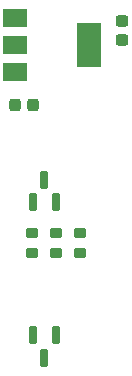
<source format=gbr>
%TF.GenerationSoftware,KiCad,Pcbnew,(6.0.7)*%
%TF.CreationDate,2023-01-08T15:04:34+11:00*%
%TF.ProjectId,Xbox_ATX,58626f78-5f41-4545-982e-6b696361645f,rev?*%
%TF.SameCoordinates,Original*%
%TF.FileFunction,Paste,Top*%
%TF.FilePolarity,Positive*%
%FSLAX46Y46*%
G04 Gerber Fmt 4.6, Leading zero omitted, Abs format (unit mm)*
G04 Created by KiCad (PCBNEW (6.0.7)) date 2023-01-08 15:04:34*
%MOMM*%
%LPD*%
G01*
G04 APERTURE LIST*
G04 Aperture macros list*
%AMRoundRect*
0 Rectangle with rounded corners*
0 $1 Rounding radius*
0 $2 $3 $4 $5 $6 $7 $8 $9 X,Y pos of 4 corners*
0 Add a 4 corners polygon primitive as box body*
4,1,4,$2,$3,$4,$5,$6,$7,$8,$9,$2,$3,0*
0 Add four circle primitives for the rounded corners*
1,1,$1+$1,$2,$3*
1,1,$1+$1,$4,$5*
1,1,$1+$1,$6,$7*
1,1,$1+$1,$8,$9*
0 Add four rect primitives between the rounded corners*
20,1,$1+$1,$2,$3,$4,$5,0*
20,1,$1+$1,$4,$5,$6,$7,0*
20,1,$1+$1,$6,$7,$8,$9,0*
20,1,$1+$1,$8,$9,$2,$3,0*%
G04 Aperture macros list end*
%ADD10RoundRect,0.250000X-0.250000X-0.275000X0.250000X-0.275000X0.250000X0.275000X-0.250000X0.275000X0*%
%ADD11RoundRect,0.175000X-0.175000X0.625000X-0.175000X-0.625000X0.175000X-0.625000X0.175000X0.625000X0*%
%ADD12RoundRect,0.225000X0.275000X-0.225000X0.275000X0.225000X-0.275000X0.225000X-0.275000X-0.225000X0*%
%ADD13RoundRect,0.175000X0.175000X-0.625000X0.175000X0.625000X-0.175000X0.625000X-0.175000X-0.625000X0*%
%ADD14RoundRect,0.250000X-0.275000X0.250000X-0.275000X-0.250000X0.275000X-0.250000X0.275000X0.250000X0*%
%ADD15RoundRect,0.225000X-0.275000X0.225000X-0.275000X-0.225000X0.275000X-0.225000X0.275000X0.225000X0*%
%ADD16R,2.000000X1.500000*%
%ADD17R,2.000000X3.800000*%
G04 APERTURE END LIST*
D10*
%TO.C,C1*%
X160057800Y-83820000D03*
X161607800Y-83820000D03*
%TD*%
D11*
%TO.C,Q1*%
X162560000Y-105204500D03*
X161610000Y-103329500D03*
X163510000Y-103329500D03*
%TD*%
D12*
%TO.C,R1*%
X165608000Y-96329000D03*
X165608000Y-94679000D03*
%TD*%
D13*
%TO.C,Q2*%
X162560000Y-90170000D03*
X163510000Y-92045000D03*
X161610000Y-92045000D03*
%TD*%
D12*
%TO.C,R3*%
X161544000Y-96329000D03*
X161544000Y-94679000D03*
%TD*%
D14*
%TO.C,C2*%
X169164000Y-76725000D03*
X169164000Y-78275000D03*
%TD*%
D15*
%TO.C,R2*%
X163576000Y-96329000D03*
X163576000Y-94679000D03*
%TD*%
D16*
%TO.C,U1*%
X160070000Y-76440000D03*
D17*
X166370000Y-78740000D03*
D16*
X160070000Y-78740000D03*
X160070000Y-81040000D03*
%TD*%
M02*

</source>
